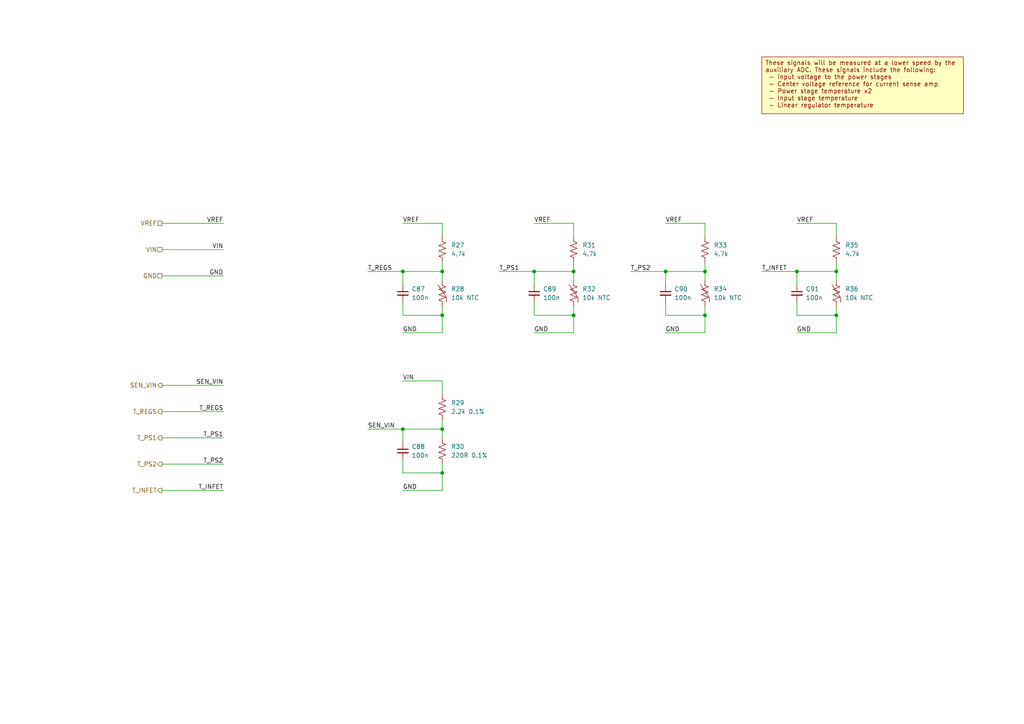
<source format=kicad_sch>
(kicad_sch (version 20230121) (generator eeschema)
  (paper "A4")
  (title_block (title "Shim Amplifier Prototype") (date "2023-08-01") (rev "A.1") (company "Ishaan Govindarajan"))
  (lib_symbols
    (symbol "Custom-Capacitor:CL10B104KB8NNWC" (pin_numbers hide) (pin_names (offset 0.254) hide)
      (property "Reference" "C" (at 0.254 1.778 0))
      (property "Value" "100n" (at 0.254 -2.032 0))
      (symbol "CL10B104KB8NNWC_0_1"
        (polyline (pts (xy -1.524 -0.508) (xy 1.524 -0.508)) (stroke (width 0.3302)))
        (polyline (pts (xy -1.524 0.508) (xy 1.524 0.508)) (stroke (width 0.3048)))
      )
      (symbol "CL10B104KB8NNWC_1_1"
        (pin passive line (at 0 2.54 270) (length 2.032) (name "~") (number "1"))
        (pin passive line (at 0 -2.54 90) (length 2.032) (name "~") (number "2"))
      )
    )
    (symbol "Custom-Resistor:B57330V2103F260" (pin_numbers hide) (pin_names (offset 0))
      (property "Reference" "R" (at 2.54 0 90))
      (property "Value" "10k NTC" (at -2.54 0 90))
      (symbol "B57330V2103F260_0_1"
        (polyline (pts (xy 0 -2.286) (xy 0 -2.54)))
        (polyline (pts (xy 0 2.286) (xy 0 2.54)))
        (polyline (pts (xy -1.27 2.54) (xy 1.27 -1.27) (xy 1.27 -2.54)))
        (polyline (pts (xy 0 -0.762) (xy 1.016 -1.143) (xy 0 -1.524) (xy -1.016 -1.905) (xy 0 -2.286)))
        (polyline (pts (xy 0 0.762) (xy 1.016 0.381) (xy 0 0) (xy -1.016 -0.381) (xy 0 -0.762)))
        (polyline (pts (xy 0 2.286) (xy 1.016 1.905) (xy 0 1.524) (xy -1.016 1.143) (xy 0 0.762)))
      )
      (symbol "B57330V2103F260_1_1"
        (pin passive line (at 0 3.81 270) (length 1.27) (name "~") (number "1"))
        (pin passive line (at 0 -3.81 90) (length 1.27) (name "~") (number "2"))
      )
    )
    (symbol "Custom-Resistor:RMCF0603FT4K70" (pin_numbers hide) (pin_names (offset 0))
      (property "Reference" "R" (at 2.54 0 90))
      (property "Value" "4.7k" (at -2.54 0 90))
      (symbol "RMCF0603FT4K70_0_1"
        (polyline (pts (xy 0 -2.286) (xy 0 -2.54)))
        (polyline (pts (xy 0 2.286) (xy 0 2.54)))
        (polyline (pts (xy 0 -0.762) (xy 1.016 -1.143) (xy 0 -1.524) (xy -1.016 -1.905) (xy 0 -2.286)))
        (polyline (pts (xy 0 0.762) (xy 1.016 0.381) (xy 0 0) (xy -1.016 -0.381) (xy 0 -0.762)))
        (polyline (pts (xy 0 2.286) (xy 1.016 1.905) (xy 0 1.524) (xy -1.016 1.143) (xy 0 0.762)))
      )
      (symbol "RMCF0603FT4K70_1_1"
        (pin passive line (at 0 3.81 270) (length 1.27) (name "~") (number "1"))
        (pin passive line (at 0 -3.81 90) (length 1.27) (name "~") (number "2"))
      )
    )
    (symbol "Custom-Resistor:RN73R1JTTD2200B25" (pin_numbers hide) (pin_names (offset 0))
      (property "Reference" "R" (at 2.54 0 90))
      (property "Value" "220R 0.1%" (at -2.54 0 90))
      (symbol "RN73R1JTTD2200B25_0_1"
        (polyline (pts (xy 0 -2.286) (xy 0 -2.54)))
        (polyline (pts (xy 0 2.286) (xy 0 2.54)))
        (polyline (pts (xy 0 -0.762) (xy 1.016 -1.143) (xy 0 -1.524) (xy -1.016 -1.905) (xy 0 -2.286)))
        (polyline (pts (xy 0 0.762) (xy 1.016 0.381) (xy 0 0) (xy -1.016 -0.381) (xy 0 -0.762)))
        (polyline (pts (xy 0 2.286) (xy 1.016 1.905) (xy 0 1.524) (xy -1.016 1.143) (xy 0 0.762)))
      )
      (symbol "RN73R1JTTD2200B25_1_1"
        (pin passive line (at 0 3.81 270) (length 1.27) (name "~") (number "1"))
        (pin passive line (at 0 -3.81 90) (length 1.27) (name "~") (number "2"))
      )
    )
    (symbol "Custom-Resistor:RN73R2BTTD2201B25" (pin_numbers hide) (pin_names (offset 0))
      (property "Reference" "R" (at 2.54 0 90))
      (property "Value" "2.2k 0.1%" (at -2.54 0 90))
      (symbol "RN73R2BTTD2201B25_0_1"
        (polyline (pts (xy 0 -2.286) (xy 0 -2.54)))
        (polyline (pts (xy 0 2.286) (xy 0 2.54)))
        (polyline (pts (xy 0 -0.762) (xy 1.016 -1.143) (xy 0 -1.524) (xy -1.016 -1.905) (xy 0 -2.286)))
        (polyline (pts (xy 0 0.762) (xy 1.016 0.381) (xy 0 0) (xy -1.016 -0.381) (xy 0 -0.762)))
        (polyline (pts (xy 0 2.286) (xy 1.016 1.905) (xy 0 1.524) (xy -1.016 1.143) (xy 0 0.762)))
      )
      (symbol "RN73R2BTTD2201B25_1_1"
        (pin passive line (at 0 3.81 270) (length 1.27) (name "~") (number "1"))
        (pin passive line (at 0 -3.81 90) (length 1.27) (name "~") (number "2"))
      )
    )
  )
  (junction (at 204.47 78.74))
  (junction (at 154.94 78.74))
  (junction (at 242.57 91.44))
  (junction (at 128.27 78.74))
  (junction (at 116.84 124.46))
  (junction (at 231.14 78.74))
  (junction (at 166.37 91.44))
  (junction (at 116.84 78.74))
  (junction (at 166.37 78.74))
  (junction (at 193.04 78.74))
  (junction (at 204.47 91.44))
  (junction (at 128.27 91.44))
  (junction (at 242.57 78.74))
  (junction (at 128.27 137.16))
  (junction (at 128.27 124.46))
  (wire (pts (xy 116.84 137.16) (xy 128.27 137.16)))
  (wire (pts (xy 116.84 78.74) (xy 128.27 78.74)))
  (wire (pts (xy 116.84 91.44) (xy 128.27 91.44)))
  (wire (pts (xy 116.84 142.24) (xy 128.27 142.24)))
  (wire (pts (xy 242.57 91.44) (xy 242.57 96.52)))
  (wire (pts (xy 154.94 64.77) (xy 166.37 64.77)))
  (wire (pts (xy 242.57 78.74) (xy 242.57 81.28)))
  (wire (pts (xy 46.99 119.38) (xy 64.77 119.38)))
  (wire (pts (xy 220.98 78.74) (xy 231.14 78.74)))
  (wire (pts (xy 154.94 87.63) (xy 154.94 91.44)))
  (wire (pts (xy 116.84 64.77) (xy 128.27 64.77)))
  (wire (pts (xy 193.04 96.52) (xy 204.47 96.52)))
  (wire (pts (xy 144.78 78.74) (xy 154.94 78.74)))
  (wire (pts (xy 166.37 76.2) (xy 166.37 78.74)))
  (wire (pts (xy 154.94 96.52) (xy 166.37 96.52)))
  (wire (pts (xy 116.84 124.46) (xy 116.84 128.27)))
  (wire (pts (xy 204.47 88.9) (xy 204.47 91.44)))
  (wire (pts (xy 166.37 78.74) (xy 166.37 81.28)))
  (wire (pts (xy 116.84 133.35) (xy 116.84 137.16)))
  (wire (pts (xy 46.99 80.01) (xy 64.77 80.01)))
  (wire (pts (xy 204.47 76.2) (xy 204.47 78.74)))
  (wire (pts (xy 128.27 88.9) (xy 128.27 91.44)))
  (wire (pts (xy 193.04 64.77) (xy 204.47 64.77)))
  (wire (pts (xy 231.14 78.74) (xy 242.57 78.74)))
  (wire (pts (xy 182.88 78.74) (xy 193.04 78.74)))
  (wire (pts (xy 128.27 124.46) (xy 128.27 127)))
  (wire (pts (xy 166.37 88.9) (xy 166.37 91.44)))
  (wire (pts (xy 154.94 78.74) (xy 166.37 78.74)))
  (wire (pts (xy 231.14 96.52) (xy 242.57 96.52)))
  (wire (pts (xy 193.04 78.74) (xy 193.04 82.55)))
  (wire (pts (xy 116.84 96.52) (xy 128.27 96.52)))
  (wire (pts (xy 242.57 64.77) (xy 242.57 68.58)))
  (wire (pts (xy 46.99 127) (xy 64.77 127)))
  (wire (pts (xy 106.68 78.74) (xy 116.84 78.74)))
  (wire (pts (xy 106.68 124.46) (xy 116.84 124.46)))
  (wire (pts (xy 46.99 111.76) (xy 64.77 111.76)))
  (wire (pts (xy 193.04 91.44) (xy 204.47 91.44)))
  (wire (pts (xy 154.94 78.74) (xy 154.94 82.55)))
  (wire (pts (xy 231.14 87.63) (xy 231.14 91.44)))
  (wire (pts (xy 46.99 134.62) (xy 64.77 134.62)))
  (wire (pts (xy 128.27 137.16) (xy 128.27 142.24)))
  (wire (pts (xy 46.99 64.77) (xy 64.77 64.77)))
  (wire (pts (xy 116.84 78.74) (xy 116.84 82.55)))
  (wire (pts (xy 231.14 78.74) (xy 231.14 82.55)))
  (wire (pts (xy 128.27 134.62) (xy 128.27 137.16)))
  (wire (pts (xy 231.14 91.44) (xy 242.57 91.44)))
  (wire (pts (xy 166.37 64.77) (xy 166.37 68.58)))
  (wire (pts (xy 231.14 64.77) (xy 242.57 64.77)))
  (wire (pts (xy 193.04 87.63) (xy 193.04 91.44)))
  (wire (pts (xy 46.99 72.39) (xy 64.77 72.39)))
  (wire (pts (xy 166.37 91.44) (xy 166.37 96.52)))
  (wire (pts (xy 242.57 88.9) (xy 242.57 91.44)))
  (wire (pts (xy 116.84 87.63) (xy 116.84 91.44)))
  (wire (pts (xy 116.84 110.49) (xy 128.27 110.49)))
  (wire (pts (xy 204.47 64.77) (xy 204.47 68.58)))
  (wire (pts (xy 128.27 110.49) (xy 128.27 114.3)))
  (wire (pts (xy 128.27 76.2) (xy 128.27 78.74)))
  (wire (pts (xy 154.94 91.44) (xy 166.37 91.44)))
  (wire (pts (xy 193.04 78.74) (xy 204.47 78.74)))
  (wire (pts (xy 46.99 142.24) (xy 64.77 142.24)))
  (wire (pts (xy 204.47 91.44) (xy 204.47 96.52)))
  (wire (pts (xy 128.27 121.92) (xy 128.27 124.46)))
  (wire (pts (xy 128.27 91.44) (xy 128.27 96.52)))
  (wire (pts (xy 128.27 78.74) (xy 128.27 81.28)))
  (wire (pts (xy 128.27 64.77) (xy 128.27 68.58)))
  (wire (pts (xy 242.57 76.2) (xy 242.57 78.74)))
  (wire (pts (xy 204.47 78.74) (xy 204.47 81.28)))
  (wire (pts (xy 116.84 124.46) (xy 128.27 124.46)))
  (text_box "These signals will be measured at a lower speed by the auxiliary ADC. These signals include the following:\n - Input voltage to the power stages\n - Center voltage reference for current sense amp\n - Power stage temperature x2\n - Input stage temperature\n - Linear regulator temperature" (at 220.98 16.51 0) (size 58.42 16.51) (stroke (width 0) (color 132 0 0 1)) (fill (type color) (color 255 255 194 1)) (effects (font (size 1.27 1.27)) (justify left top)))
  (label "T_PS2" (at 64.77 134.62 180))
  (label "VIN" (at 64.77 72.39 180))
  (label "GND" (at 116.84 96.52 0))
  (label "VREF" (at 64.77 64.77 180))
  (label "T_PS2" (at 182.88 78.74 0))
  (label "GND" (at 231.14 96.52 0))
  (label "SEN_VIN" (at 64.77 111.76 180))
  (label "VREF" (at 231.14 64.77 0))
  (label "GND" (at 116.84 142.24 0))
  (label "VIN" (at 116.84 110.49 0))
  (label "SEN_VIN" (at 106.68 124.46 0))
  (label "VREF" (at 193.04 64.77 0))
  (label "T_INFET" (at 220.98 78.74 0))
  (label "GND" (at 193.04 96.52 0))
  (label "GND" (at 64.77 80.01 180))
  (label "VREF" (at 154.94 64.77 0))
  (label "T_PS1" (at 64.77 127 180))
  (label "T_PS1" (at 144.78 78.74 0))
  (label "T_INFET" (at 64.77 142.24 180))
  (label "T_REGS" (at 64.77 119.38 180))
  (label "T_REGS" (at 106.68 78.74 0))
  (label "VREF" (at 116.84 64.77 0))
  (label "GND" (at 154.94 96.52 0))
  (hierarchical_label "T_PS2" (shape output) (at 46.99 134.62 180))
  (hierarchical_label "T_INFET" (shape output) (at 46.99 142.24 180))
  (hierarchical_label "T_PS1" (shape output) (at 46.99 127 180))
  (hierarchical_label "VIN" (shape passive) (at 46.99 72.39 180))
  (hierarchical_label "VREF" (shape passive) (at 46.99 64.77 180))
  (hierarchical_label "SEN_VIN" (shape output) (at 46.99 111.76 180))
  (hierarchical_label "T_REGS" (shape output) (at 46.99 119.38 180))
  (hierarchical_label "GND" (shape passive) (at 46.99 80.01 180))
  (symbol (lib_id "Custom-Capacitor:CL10B104KB8NNWC") (at 116.84 85.09 0) (unit 1)
    (property "Reference" "C87" (at 119.38 83.8263 0) (effects (justify left)))
    (property "Value" "100n" (at 119.38 86.3663 0) (effects (justify left)))
    (property "Footprint" "Capacitor_SMD:C_0603_1608Metric_Pad1.08x0.95mm_HandSolder" (effects hide))
    (property "Datasheet" "https://product.samsungsem.com/mlcc/CL31B106KAHNFN.do" (effects hide))
    (property "Manufacturer" "Samsung Electro-Mechanics" (effects hide))
    (property "Part Number" "CL10B104KB8NNWC" (effects hide))
  )
  (symbol (lib_id "Custom-Capacitor:CL10B104KB8NNWC") (at 193.04 85.09 0) (unit 1)
    (property "Reference" "C90" (at 195.58 83.8263 0) (effects (justify left)))
    (property "Value" "100n" (at 195.58 86.3663 0) (effects (justify left)))
    (property "Footprint" "Capacitor_SMD:C_0603_1608Metric_Pad1.08x0.95mm_HandSolder" (effects hide))
    (property "Datasheet" "https://product.samsungsem.com/mlcc/CL31B106KAHNFN.do" (effects hide))
    (property "Manufacturer" "Samsung Electro-Mechanics" (effects hide))
    (property "Part Number" "CL10B104KB8NNWC" (effects hide))
  )
  (symbol (lib_id "Custom-Capacitor:CL10B104KB8NNWC") (at 154.94 85.09 0) (unit 1)
    (property "Reference" "C89" (at 157.48 83.8263 0) (effects (justify left)))
    (property "Value" "100n" (at 157.48 86.3663 0) (effects (justify left)))
    (property "Footprint" "Capacitor_SMD:C_0603_1608Metric_Pad1.08x0.95mm_HandSolder" (effects hide))
    (property "Datasheet" "https://product.samsungsem.com/mlcc/CL31B106KAHNFN.do" (effects hide))
    (property "Manufacturer" "Samsung Electro-Mechanics" (effects hide))
    (property "Part Number" "CL10B104KB8NNWC" (effects hide))
  )
  (symbol (lib_id "Custom-Resistor:RMCF0603FT4K70") (at 242.57 72.39 0) (unit 1)
    (property "Reference" "R35" (at 245.11 71.12 0) (effects (justify left)))
    (property "Value" "4.7k" (at 245.11 73.66 0) (effects (justify left)))
    (property "Footprint" "Resistor_SMD:R_0603_1608Metric_Pad0.98x0.95mm_HandSolder" (effects hide))
    (property "Datasheet" "https://www.seielect.com/Catalog/SEI-RMCF_RMCP.pdf" (effects hide))
    (property "Manufacturer" "Stackpole Electronics Inc" (effects hide))
    (property "Part Number" "RMCF0603FT4K70" (effects hide))
  )
  (symbol (lib_id "Custom-Resistor:B57330V2103F260") (at 128.27 85.09 0) (unit 1)
    (property "Reference" "R28" (at 130.81 83.82 0) (effects (justify left)))
    (property "Value" "10k NTC" (at 130.81 86.36 0) (effects (justify left)))
    (property "Footprint" "Resistor_SMD:R_0603_1608Metric_Pad0.98x0.95mm_HandSolder" (effects hide))
    (property "Datasheet" "https://www.tdk-electronics.tdk.com/inf/50/db/ntc/NTC_SMD_Standard_series_0603.pdf" (effects hide))
    (property "Manufacturer" "EPCOS - TDK Electronics" (effects hide))
    (property "Part Number" "B57330V2103F260" (effects hide))
  )
  (symbol (lib_id "Custom-Resistor:RN73R2BTTD2201B25") (at 128.27 118.11 0) (unit 1)
    (property "Reference" "R29" (at 130.81 116.84 0) (effects (justify left)))
    (property "Value" "2.2k 0.1%" (at 130.81 119.38 0) (effects (justify left)))
    (property "Footprint" "Resistor_SMD:R_1206_3216Metric_Pad1.30x1.75mm_HandSolder" (effects hide))
    (property "Datasheet" "https://www.koaspeer.com/pdfs/RN73R.pdf" (effects hide))
    (property "Manufacturer" "KOA Speer Electronics, Inc." (effects hide))
    (property "Part Number" "RN73R2BTTD2201B25" (effects hide))
  )
  (symbol (lib_id "Custom-Resistor:RMCF0603FT4K70") (at 204.47 72.39 0) (unit 1)
    (property "Reference" "R33" (at 207.01 71.12 0) (effects (justify left)))
    (property "Value" "4.7k" (at 207.01 73.66 0) (effects (justify left)))
    (property "Footprint" "Resistor_SMD:R_0603_1608Metric_Pad0.98x0.95mm_HandSolder" (effects hide))
    (property "Datasheet" "https://www.seielect.com/Catalog/SEI-RMCF_RMCP.pdf" (effects hide))
    (property "Manufacturer" "Stackpole Electronics Inc" (effects hide))
    (property "Part Number" "RMCF0603FT4K70" (effects hide))
  )
  (symbol (lib_id "Custom-Resistor:RN73R1JTTD2200B25") (at 128.27 130.81 0) (unit 1)
    (property "Reference" "R30" (at 130.81 129.54 0) (effects (justify left)))
    (property "Value" "220R 0.1%" (at 130.81 132.08 0) (effects (justify left)))
    (property "Footprint" "Resistor_SMD:R_0603_1608Metric_Pad0.98x0.95mm_HandSolder" (effects hide))
    (property "Datasheet" "https://www.koaspeer.com/pdfs/RN73R.pdf" (effects hide))
    (property "Manufacturer" "KOA Speer Electronics, Inc." (effects hide))
    (property "Part Number" "RN73R1JTTD2200B25" (effects hide))
  )
  (symbol (lib_id "Custom-Capacitor:CL10B104KB8NNWC") (at 116.84 130.81 0) (unit 1)
    (property "Reference" "C88" (at 119.38 129.5463 0) (effects (justify left)))
    (property "Value" "100n" (at 119.38 132.0863 0) (effects (justify left)))
    (property "Footprint" "Capacitor_SMD:C_0603_1608Metric_Pad1.08x0.95mm_HandSolder" (effects hide))
    (property "Datasheet" "https://product.samsungsem.com/mlcc/CL31B106KAHNFN.do" (effects hide))
    (property "Manufacturer" "Samsung Electro-Mechanics" (effects hide))
    (property "Part Number" "CL10B104KB8NNWC" (effects hide))
  )
  (symbol (lib_id "Custom-Resistor:B57330V2103F260") (at 166.37 85.09 0) (unit 1)
    (property "Reference" "R32" (at 168.91 83.82 0) (effects (justify left)))
    (property "Value" "10k NTC" (at 168.91 86.36 0) (effects (justify left)))
    (property "Footprint" "Resistor_SMD:R_0603_1608Metric_Pad0.98x0.95mm_HandSolder" (effects hide))
    (property "Datasheet" "https://www.tdk-electronics.tdk.com/inf/50/db/ntc/NTC_SMD_Standard_series_0603.pdf" (effects hide))
    (property "Manufacturer" "EPCOS - TDK Electronics" (effects hide))
    (property "Part Number" "B57330V2103F260" (effects hide))
  )
  (symbol (lib_id "Custom-Resistor:B57330V2103F260") (at 242.57 85.09 0) (unit 1)
    (property "Reference" "R36" (at 245.11 83.82 0) (effects (justify left)))
    (property "Value" "10k NTC" (at 245.11 86.36 0) (effects (justify left)))
    (property "Footprint" "Resistor_SMD:R_0603_1608Metric_Pad0.98x0.95mm_HandSolder" (effects hide))
    (property "Datasheet" "https://www.tdk-electronics.tdk.com/inf/50/db/ntc/NTC_SMD_Standard_series_0603.pdf" (effects hide))
    (property "Manufacturer" "EPCOS - TDK Electronics" (effects hide))
    (property "Part Number" "B57330V2103F260" (effects hide))
  )
  (symbol (lib_id "Custom-Resistor:B57330V2103F260") (at 204.47 85.09 0) (unit 1)
    (property "Reference" "R34" (at 207.01 83.82 0) (effects (justify left)))
    (property "Value" "10k NTC" (at 207.01 86.36 0) (effects (justify left)))
    (property "Footprint" "Resistor_SMD:R_0603_1608Metric_Pad0.98x0.95mm_HandSolder" (effects hide))
    (property "Datasheet" "https://www.tdk-electronics.tdk.com/inf/50/db/ntc/NTC_SMD_Standard_series_0603.pdf" (effects hide))
    (property "Manufacturer" "EPCOS - TDK Electronics" (effects hide))
    (property "Part Number" "B57330V2103F260" (effects hide))
  )
  (symbol (lib_id "Custom-Capacitor:CL10B104KB8NNWC") (at 231.14 85.09 0) (unit 1)
    (property "Reference" "C91" (at 233.68 83.8263 0) (effects (justify left)))
    (property "Value" "100n" (at 233.68 86.3663 0) (effects (justify left)))
    (property "Footprint" "Capacitor_SMD:C_0603_1608Metric_Pad1.08x0.95mm_HandSolder" (effects hide))
    (property "Datasheet" "https://product.samsungsem.com/mlcc/CL31B106KAHNFN.do" (effects hide))
    (property "Manufacturer" "Samsung Electro-Mechanics" (effects hide))
    (property "Part Number" "CL10B104KB8NNWC" (effects hide))
  )
  (symbol (lib_id "Custom-Resistor:RMCF0603FT4K70") (at 128.27 72.39 0) (unit 1)
    (property "Reference" "R27" (at 130.81 71.12 0) (effects (justify left)))
    (property "Value" "4.7k" (at 130.81 73.66 0) (effects (justify left)))
    (property "Footprint" "Resistor_SMD:R_0603_1608Metric_Pad0.98x0.95mm_HandSolder" (effects hide))
    (property "Datasheet" "https://www.seielect.com/Catalog/SEI-RMCF_RMCP.pdf" (effects hide))
    (property "Manufacturer" "Stackpole Electronics Inc" (effects hide))
    (property "Part Number" "RMCF0603FT4K70" (effects hide))
  )
  (symbol (lib_id "Custom-Resistor:RMCF0603FT4K70") (at 166.37 72.39 0) (unit 1)
    (property "Reference" "R31" (at 168.91 71.12 0) (effects (justify left)))
    (property "Value" "4.7k" (at 168.91 73.66 0) (effects (justify left)))
    (property "Footprint" "Resistor_SMD:R_0603_1608Metric_Pad0.98x0.95mm_HandSolder" (effects hide))
    (property "Datasheet" "https://www.seielect.com/Catalog/SEI-RMCF_RMCP.pdf" (effects hide))
    (property "Manufacturer" "Stackpole Electronics Inc" (effects hide))
    (property "Part Number" "RMCF0603FT4K70" (effects hide))
  )
)
</source>
